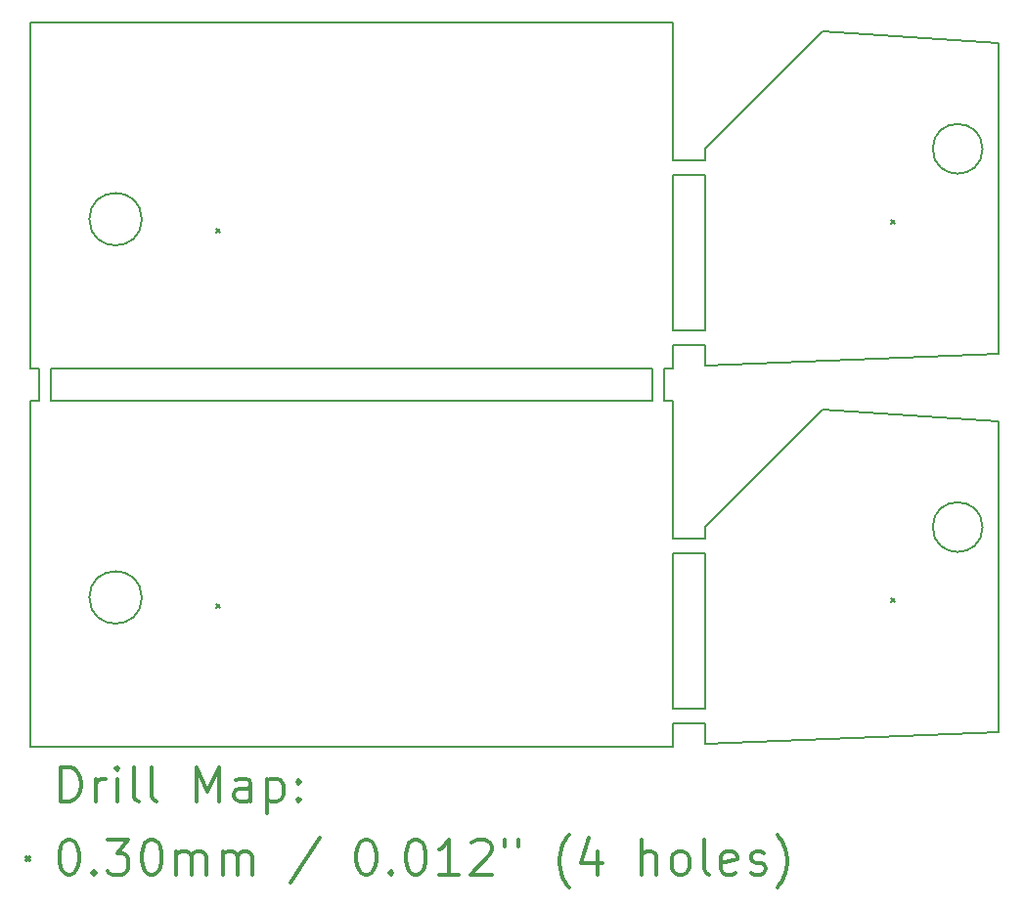
<source format=gbr>
%FSLAX45Y45*%
G04 Gerber Fmt 4.5, Leading zero omitted, Abs format (unit mm)*
G04 Created by KiCad (PCBNEW 4.0.7) date Mon May 14 02:01:11 2018*
%MOMM*%
%LPD*%
G01*
G04 APERTURE LIST*
%ADD10C,0.127000*%
%ADD11C,0.150000*%
%ADD12C,0.200000*%
%ADD13C,0.300000*%
G04 APERTURE END LIST*
D10*
D11*
X14833600Y-13512800D02*
X14782800Y-13512800D01*
X15138400Y-13309600D02*
X15138400Y-13487400D01*
X14782800Y-10236200D02*
X14859000Y-10236200D01*
X15138400Y-10210800D02*
X15138400Y-10033000D01*
X14808200Y-10515600D02*
X14833600Y-10515600D01*
X14782800Y-10515600D02*
X14808200Y-10515600D01*
X14782800Y-10236200D02*
X14782800Y-10515600D01*
X14681200Y-10515600D02*
X9474200Y-10515600D01*
X14681200Y-10236200D02*
X14681200Y-10515600D01*
X9474200Y-10236200D02*
X14681200Y-10236200D01*
X9474200Y-10515600D02*
X9474200Y-10236200D01*
X9372600Y-10515600D02*
X9296400Y-10515600D01*
X9372600Y-10236200D02*
X9372600Y-10515600D01*
X9296400Y-10236200D02*
X9372600Y-10236200D01*
X17677600Y-10693400D02*
X16154400Y-10591800D01*
X16103600Y-10642600D02*
X15189200Y-11557000D01*
X15189200Y-11557000D02*
X15138400Y-11607800D01*
X17538326Y-11607800D02*
G75*
G03X17538326Y-11607800I-215526J0D01*
G01*
X16103600Y-10642600D02*
X16154400Y-10591800D01*
X17678400Y-10744200D02*
X17678400Y-10693400D01*
X17678400Y-13385800D02*
X17678400Y-13335000D01*
X15138400Y-11607800D02*
X15138400Y-11709400D01*
X17678400Y-13385800D02*
X15138400Y-13487400D01*
X17678400Y-13335000D02*
X17678400Y-10744200D01*
X9296400Y-10515600D02*
X9296400Y-13512800D01*
X9296400Y-13512800D02*
X14782800Y-13512800D01*
X10260185Y-12217400D02*
G75*
G03X10260185Y-12217400I-227185J0D01*
G01*
X15138400Y-11709400D02*
X14859000Y-11709400D01*
X14859000Y-11709400D02*
X14859000Y-10541000D01*
X14859000Y-10541000D02*
X14859000Y-10515600D01*
X14859000Y-10515600D02*
X14833600Y-10515600D01*
X14859000Y-11836400D02*
X15138400Y-11836400D01*
X15138400Y-11836400D02*
X15138400Y-13182600D01*
X14859000Y-11836400D02*
X14859000Y-13182600D01*
X14859000Y-13182600D02*
X15138400Y-13182600D01*
X14833600Y-13512800D02*
X14859000Y-13512800D01*
X14859000Y-13512800D02*
X14859000Y-13309600D01*
X14859000Y-13309600D02*
X15138400Y-13309600D01*
X14859000Y-10033000D02*
X15138400Y-10033000D01*
X14859000Y-10236200D02*
X14859000Y-10033000D01*
X14859000Y-9906000D02*
X15138400Y-9906000D01*
X14859000Y-8559800D02*
X14859000Y-9906000D01*
X15138400Y-8559800D02*
X15138400Y-9906000D01*
X14859000Y-8559800D02*
X15138400Y-8559800D01*
X14859000Y-7239000D02*
X14833600Y-7239000D01*
X14859000Y-7264400D02*
X14859000Y-7239000D01*
X14859000Y-8432800D02*
X14859000Y-7264400D01*
X15138400Y-8432800D02*
X14859000Y-8432800D01*
X10260185Y-8940800D02*
G75*
G03X10260185Y-8940800I-227185J0D01*
G01*
X9296400Y-7239000D02*
X9296400Y-10236200D01*
X14833600Y-7239000D02*
X9296400Y-7239000D01*
X17678400Y-10058400D02*
X17678400Y-7467600D01*
X17678400Y-10109200D02*
X15138400Y-10210800D01*
X15138400Y-8331200D02*
X15138400Y-8432800D01*
X17678400Y-10109200D02*
X17678400Y-10058400D01*
X17678400Y-7467600D02*
X17678400Y-7416800D01*
X16103600Y-7366000D02*
X16154400Y-7315200D01*
X17538326Y-8331200D02*
G75*
G03X17538326Y-8331200I-215526J0D01*
G01*
X15189200Y-8280400D02*
X15138400Y-8331200D01*
X16103600Y-7366000D02*
X15189200Y-8280400D01*
X17677600Y-7416800D02*
X16154400Y-7315200D01*
D12*
X10907000Y-9027400D02*
X10937000Y-9057400D01*
X10937000Y-9027400D02*
X10907000Y-9057400D01*
X10907000Y-12278600D02*
X10937000Y-12308600D01*
X10937000Y-12278600D02*
X10907000Y-12308600D01*
X16749000Y-8951200D02*
X16779000Y-8981200D01*
X16779000Y-8951200D02*
X16749000Y-8981200D01*
X16749000Y-12227800D02*
X16779000Y-12257800D01*
X16779000Y-12227800D02*
X16749000Y-12257800D01*
D13*
X9560329Y-13986014D02*
X9560329Y-13686014D01*
X9631757Y-13686014D01*
X9674614Y-13700300D01*
X9703186Y-13728871D01*
X9717471Y-13757443D01*
X9731757Y-13814586D01*
X9731757Y-13857443D01*
X9717471Y-13914586D01*
X9703186Y-13943157D01*
X9674614Y-13971729D01*
X9631757Y-13986014D01*
X9560329Y-13986014D01*
X9860329Y-13986014D02*
X9860329Y-13786014D01*
X9860329Y-13843157D02*
X9874614Y-13814586D01*
X9888900Y-13800300D01*
X9917471Y-13786014D01*
X9946043Y-13786014D01*
X10046043Y-13986014D02*
X10046043Y-13786014D01*
X10046043Y-13686014D02*
X10031757Y-13700300D01*
X10046043Y-13714586D01*
X10060329Y-13700300D01*
X10046043Y-13686014D01*
X10046043Y-13714586D01*
X10231757Y-13986014D02*
X10203186Y-13971729D01*
X10188900Y-13943157D01*
X10188900Y-13686014D01*
X10388900Y-13986014D02*
X10360329Y-13971729D01*
X10346043Y-13943157D01*
X10346043Y-13686014D01*
X10731757Y-13986014D02*
X10731757Y-13686014D01*
X10831757Y-13900300D01*
X10931757Y-13686014D01*
X10931757Y-13986014D01*
X11203186Y-13986014D02*
X11203186Y-13828871D01*
X11188900Y-13800300D01*
X11160329Y-13786014D01*
X11103186Y-13786014D01*
X11074614Y-13800300D01*
X11203186Y-13971729D02*
X11174614Y-13986014D01*
X11103186Y-13986014D01*
X11074614Y-13971729D01*
X11060329Y-13943157D01*
X11060329Y-13914586D01*
X11074614Y-13886014D01*
X11103186Y-13871729D01*
X11174614Y-13871729D01*
X11203186Y-13857443D01*
X11346043Y-13786014D02*
X11346043Y-14086014D01*
X11346043Y-13800300D02*
X11374614Y-13786014D01*
X11431757Y-13786014D01*
X11460328Y-13800300D01*
X11474614Y-13814586D01*
X11488900Y-13843157D01*
X11488900Y-13928871D01*
X11474614Y-13957443D01*
X11460328Y-13971729D01*
X11431757Y-13986014D01*
X11374614Y-13986014D01*
X11346043Y-13971729D01*
X11617471Y-13957443D02*
X11631757Y-13971729D01*
X11617471Y-13986014D01*
X11603186Y-13971729D01*
X11617471Y-13957443D01*
X11617471Y-13986014D01*
X11617471Y-13800300D02*
X11631757Y-13814586D01*
X11617471Y-13828871D01*
X11603186Y-13814586D01*
X11617471Y-13800300D01*
X11617471Y-13828871D01*
X9258900Y-14465300D02*
X9288900Y-14495300D01*
X9288900Y-14465300D02*
X9258900Y-14495300D01*
X9617471Y-14316014D02*
X9646043Y-14316014D01*
X9674614Y-14330300D01*
X9688900Y-14344586D01*
X9703186Y-14373157D01*
X9717471Y-14430300D01*
X9717471Y-14501729D01*
X9703186Y-14558871D01*
X9688900Y-14587443D01*
X9674614Y-14601729D01*
X9646043Y-14616014D01*
X9617471Y-14616014D01*
X9588900Y-14601729D01*
X9574614Y-14587443D01*
X9560329Y-14558871D01*
X9546043Y-14501729D01*
X9546043Y-14430300D01*
X9560329Y-14373157D01*
X9574614Y-14344586D01*
X9588900Y-14330300D01*
X9617471Y-14316014D01*
X9846043Y-14587443D02*
X9860329Y-14601729D01*
X9846043Y-14616014D01*
X9831757Y-14601729D01*
X9846043Y-14587443D01*
X9846043Y-14616014D01*
X9960328Y-14316014D02*
X10146043Y-14316014D01*
X10046043Y-14430300D01*
X10088900Y-14430300D01*
X10117471Y-14444586D01*
X10131757Y-14458871D01*
X10146043Y-14487443D01*
X10146043Y-14558871D01*
X10131757Y-14587443D01*
X10117471Y-14601729D01*
X10088900Y-14616014D01*
X10003186Y-14616014D01*
X9974614Y-14601729D01*
X9960328Y-14587443D01*
X10331757Y-14316014D02*
X10360329Y-14316014D01*
X10388900Y-14330300D01*
X10403186Y-14344586D01*
X10417471Y-14373157D01*
X10431757Y-14430300D01*
X10431757Y-14501729D01*
X10417471Y-14558871D01*
X10403186Y-14587443D01*
X10388900Y-14601729D01*
X10360329Y-14616014D01*
X10331757Y-14616014D01*
X10303186Y-14601729D01*
X10288900Y-14587443D01*
X10274614Y-14558871D01*
X10260329Y-14501729D01*
X10260329Y-14430300D01*
X10274614Y-14373157D01*
X10288900Y-14344586D01*
X10303186Y-14330300D01*
X10331757Y-14316014D01*
X10560329Y-14616014D02*
X10560329Y-14416014D01*
X10560329Y-14444586D02*
X10574614Y-14430300D01*
X10603186Y-14416014D01*
X10646043Y-14416014D01*
X10674614Y-14430300D01*
X10688900Y-14458871D01*
X10688900Y-14616014D01*
X10688900Y-14458871D02*
X10703186Y-14430300D01*
X10731757Y-14416014D01*
X10774614Y-14416014D01*
X10803186Y-14430300D01*
X10817471Y-14458871D01*
X10817471Y-14616014D01*
X10960329Y-14616014D02*
X10960329Y-14416014D01*
X10960329Y-14444586D02*
X10974614Y-14430300D01*
X11003186Y-14416014D01*
X11046043Y-14416014D01*
X11074614Y-14430300D01*
X11088900Y-14458871D01*
X11088900Y-14616014D01*
X11088900Y-14458871D02*
X11103186Y-14430300D01*
X11131757Y-14416014D01*
X11174614Y-14416014D01*
X11203186Y-14430300D01*
X11217471Y-14458871D01*
X11217471Y-14616014D01*
X11803186Y-14301729D02*
X11546043Y-14687443D01*
X12188900Y-14316014D02*
X12217471Y-14316014D01*
X12246043Y-14330300D01*
X12260328Y-14344586D01*
X12274614Y-14373157D01*
X12288900Y-14430300D01*
X12288900Y-14501729D01*
X12274614Y-14558871D01*
X12260328Y-14587443D01*
X12246043Y-14601729D01*
X12217471Y-14616014D01*
X12188900Y-14616014D01*
X12160328Y-14601729D01*
X12146043Y-14587443D01*
X12131757Y-14558871D01*
X12117471Y-14501729D01*
X12117471Y-14430300D01*
X12131757Y-14373157D01*
X12146043Y-14344586D01*
X12160328Y-14330300D01*
X12188900Y-14316014D01*
X12417471Y-14587443D02*
X12431757Y-14601729D01*
X12417471Y-14616014D01*
X12403186Y-14601729D01*
X12417471Y-14587443D01*
X12417471Y-14616014D01*
X12617471Y-14316014D02*
X12646043Y-14316014D01*
X12674614Y-14330300D01*
X12688900Y-14344586D01*
X12703185Y-14373157D01*
X12717471Y-14430300D01*
X12717471Y-14501729D01*
X12703185Y-14558871D01*
X12688900Y-14587443D01*
X12674614Y-14601729D01*
X12646043Y-14616014D01*
X12617471Y-14616014D01*
X12588900Y-14601729D01*
X12574614Y-14587443D01*
X12560328Y-14558871D01*
X12546043Y-14501729D01*
X12546043Y-14430300D01*
X12560328Y-14373157D01*
X12574614Y-14344586D01*
X12588900Y-14330300D01*
X12617471Y-14316014D01*
X13003185Y-14616014D02*
X12831757Y-14616014D01*
X12917471Y-14616014D02*
X12917471Y-14316014D01*
X12888900Y-14358871D01*
X12860328Y-14387443D01*
X12831757Y-14401729D01*
X13117471Y-14344586D02*
X13131757Y-14330300D01*
X13160328Y-14316014D01*
X13231757Y-14316014D01*
X13260328Y-14330300D01*
X13274614Y-14344586D01*
X13288900Y-14373157D01*
X13288900Y-14401729D01*
X13274614Y-14444586D01*
X13103185Y-14616014D01*
X13288900Y-14616014D01*
X13403186Y-14316014D02*
X13403186Y-14373157D01*
X13517471Y-14316014D02*
X13517471Y-14373157D01*
X13960328Y-14730300D02*
X13946043Y-14716014D01*
X13917471Y-14673157D01*
X13903185Y-14644586D01*
X13888900Y-14601729D01*
X13874614Y-14530300D01*
X13874614Y-14473157D01*
X13888900Y-14401729D01*
X13903185Y-14358871D01*
X13917471Y-14330300D01*
X13946043Y-14287443D01*
X13960328Y-14273157D01*
X14203185Y-14416014D02*
X14203185Y-14616014D01*
X14131757Y-14301729D02*
X14060328Y-14516014D01*
X14246043Y-14516014D01*
X14588900Y-14616014D02*
X14588900Y-14316014D01*
X14717471Y-14616014D02*
X14717471Y-14458871D01*
X14703185Y-14430300D01*
X14674614Y-14416014D01*
X14631757Y-14416014D01*
X14603185Y-14430300D01*
X14588900Y-14444586D01*
X14903185Y-14616014D02*
X14874614Y-14601729D01*
X14860328Y-14587443D01*
X14846043Y-14558871D01*
X14846043Y-14473157D01*
X14860328Y-14444586D01*
X14874614Y-14430300D01*
X14903185Y-14416014D01*
X14946043Y-14416014D01*
X14974614Y-14430300D01*
X14988900Y-14444586D01*
X15003185Y-14473157D01*
X15003185Y-14558871D01*
X14988900Y-14587443D01*
X14974614Y-14601729D01*
X14946043Y-14616014D01*
X14903185Y-14616014D01*
X15174614Y-14616014D02*
X15146043Y-14601729D01*
X15131757Y-14573157D01*
X15131757Y-14316014D01*
X15403186Y-14601729D02*
X15374614Y-14616014D01*
X15317471Y-14616014D01*
X15288900Y-14601729D01*
X15274614Y-14573157D01*
X15274614Y-14458871D01*
X15288900Y-14430300D01*
X15317471Y-14416014D01*
X15374614Y-14416014D01*
X15403186Y-14430300D01*
X15417471Y-14458871D01*
X15417471Y-14487443D01*
X15274614Y-14516014D01*
X15531757Y-14601729D02*
X15560328Y-14616014D01*
X15617471Y-14616014D01*
X15646043Y-14601729D01*
X15660328Y-14573157D01*
X15660328Y-14558871D01*
X15646043Y-14530300D01*
X15617471Y-14516014D01*
X15574614Y-14516014D01*
X15546043Y-14501729D01*
X15531757Y-14473157D01*
X15531757Y-14458871D01*
X15546043Y-14430300D01*
X15574614Y-14416014D01*
X15617471Y-14416014D01*
X15646043Y-14430300D01*
X15760328Y-14730300D02*
X15774614Y-14716014D01*
X15803186Y-14673157D01*
X15817471Y-14644586D01*
X15831757Y-14601729D01*
X15846043Y-14530300D01*
X15846043Y-14473157D01*
X15831757Y-14401729D01*
X15817471Y-14358871D01*
X15803186Y-14330300D01*
X15774614Y-14287443D01*
X15760328Y-14273157D01*
M02*

</source>
